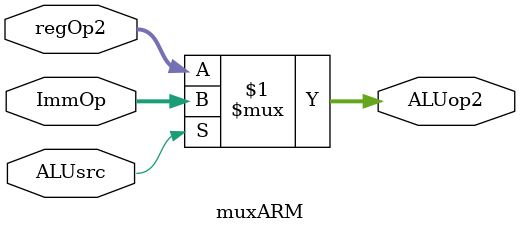
<source format=sv>
module muxARM #(
    DATA_WIDTH = 32
) (
    input   logic [DATA_WIDTH-1:0]  regOp2,
    input   logic [DATA_WIDTH-1:0]  ImmOp,
    input   logic                   ALUsrc,
    output  logic [DATA_WIDTH-1:0]  ALUop2
);
    assign ALUop2 = ALUsrc ?  ImmOp : regOp2;

endmodule

</source>
